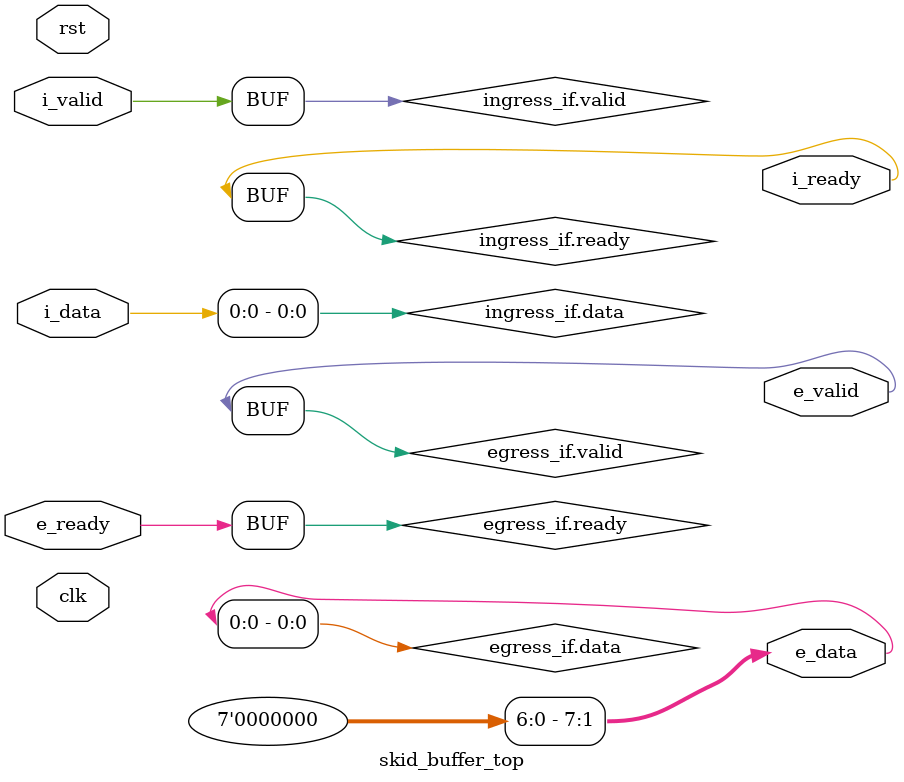
<source format=sv>
module skid_buffer_top (
    input logic clk,
    input logic rst,

    // Ingress (input) signals
    input  logic       i_valid,
    output logic       i_ready,
    input  logic [7:0] i_data,

    // Egress (output) signals
    output logic       e_valid,
    input  logic       e_ready,
    output logic [7:0] e_data
);

  // Instantiate internal ingress and egress interfaces
  rv_if ingress_if (.clk(clk), .rst(rst));
  rv_if egress_if (.clk(clk), .rst(rst));

  // Connect top-level ingress signals to ingress_if interface
  assign ingress_if.valid = i_valid;
  assign i_ready = ingress_if.ready;
  assign ingress_if.data = i_data;

  // Connect top-level egress signals to egress_if interface
  assign e_valid = egress_if.valid;
  assign egress_if.ready = e_ready;
  assign e_data = egress_if.data;

  // Instantiate skid_buffer and connect internal interfaces
  skid_buffer u_skid_buffer (
      .clk (clk),
      .rst (rst),
      .rv_i(ingress_if),
      .rv_e(egress_if)
  );

endmodule

</source>
